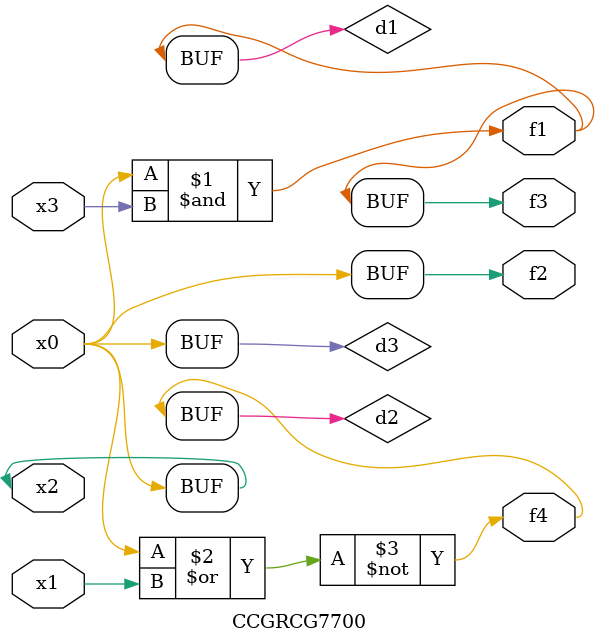
<source format=v>
module CCGRCG7700(
	input x0, x1, x2, x3,
	output f1, f2, f3, f4
);

	wire d1, d2, d3;

	and (d1, x2, x3);
	nor (d2, x0, x1);
	buf (d3, x0, x2);
	assign f1 = d1;
	assign f2 = d3;
	assign f3 = d1;
	assign f4 = d2;
endmodule

</source>
